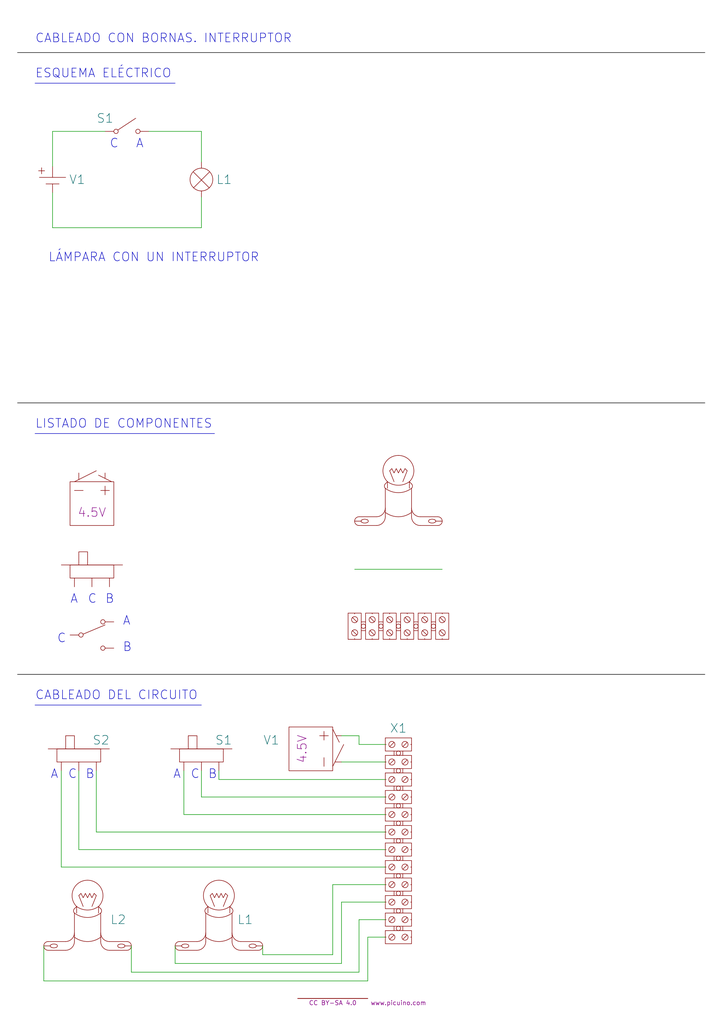
<source format=kicad_sch>
(kicad_sch (version 20211123) (generator eeschema)
  (paper "A4" portrait)
  (title_block (title "CABLEADO CON BORNAS. INTERRUPTOR") (date "14/12/2018") (company "www.picuino.com") (comment 1 "Copyright (c) 2018 by Carlos Pardo") (comment 2 "License CC BY-SA 4.0"))
  (lib_symbols
    (symbol "simbolos:CopyRight" (pin_names (offset 1.016))
      (property "License" "CC BY-SA 4.0" (at -1.27 -1.27 0))
      (property "Web" "www.picuino.com" (at 0 -1.27 0))
      (symbol "CopyRight_0_1"
        (polyline (pts (xy -10.16 0) (xy 10.16 0)) (stroke (width 0.2032)))
      )
    )
    (symbol "simbolos:Pila" (pin_names (offset 1.016))
      (property "Reference" "V" (at 5.08 -4.445 0))
      (symbol "Pila_0_1"
        (polyline (pts (xy -4.064 -1.27) (xy -2.286 -1.27)))
        (polyline (pts (xy -3.81 -3.175) (xy 3.81 -3.175)))
        (polyline (pts (xy -3.175 -0.381) (xy -3.175 -2.159)))
        (polyline (pts (xy -1.905 -5.08) (xy 1.905 -5.08)))
      )
      (symbol "Pila_1_1"
        (pin input line (at 0 -7.62 90) (length 2.54) (name "") (number ""))
        (pin input line (at 0 0 270) (length 3.175) (name "") (number ""))
      )
    )
    (symbol "simbolos:borna_12x2" (pin_names (offset 1.016))
      (property "Reference" "X" (at 3.81 3.81 0))
      (symbol "borna_12x2_0_1"
        (rectangle (start 0 -53.975) (end 7.62 -57.785))
        (rectangle (start 0 -48.895) (end 7.62 -52.705))
        (rectangle (start 0 -43.815) (end 7.62 -47.625))
        (rectangle (start 0 -38.735) (end 7.62 -42.545))
        (rectangle (start 0 -33.655) (end 7.62 -37.465))
        (rectangle (start 0 -28.575) (end 7.62 -32.385))
        (rectangle (start 0 -23.495) (end 7.62 -27.305))
        (rectangle (start 0 -18.415) (end 7.62 -22.225))
        (rectangle (start 0 -13.335) (end 7.62 -17.145))
        (rectangle (start 0 -8.255) (end 7.62 -12.065))
        (rectangle (start 0 -3.175) (end 7.62 -6.985))
        (polyline (pts (xy 1.27 -56.515) (xy 2.54 -55.245)))
        (polyline (pts (xy 1.27 -51.435) (xy 2.54 -50.165)))
        (polyline (pts (xy 1.27 -46.355) (xy 2.54 -45.085)))
        (polyline (pts (xy 1.27 -41.275) (xy 2.54 -40.005)))
        (polyline (pts (xy 1.27 -36.195) (xy 2.54 -34.925)))
        (polyline (pts (xy 1.27 -31.115) (xy 2.54 -29.845)))
        (polyline (pts (xy 1.27 -26.035) (xy 2.54 -24.765)))
        (polyline (pts (xy 1.27 -20.955) (xy 2.54 -19.685)))
        (polyline (pts (xy 1.27 -15.875) (xy 2.54 -14.605)))
        (polyline (pts (xy 1.27 -10.795) (xy 2.54 -9.525)))
        (polyline (pts (xy 1.27 -5.715) (xy 2.54 -4.445)))
        (polyline (pts (xy 1.27 -0.635) (xy 2.54 0.635)))
        (polyline (pts (xy 2.54 -53.975) (xy 2.54 -52.705)))
        (polyline (pts (xy 2.54 -48.895) (xy 2.54 -47.625)))
        (polyline (pts (xy 2.54 -43.815) (xy 2.54 -42.545)))
        (polyline (pts (xy 2.54 -38.735) (xy 2.54 -37.465)))
        (polyline (pts (xy 2.54 -33.655) (xy 2.54 -32.385)))
        (polyline (pts (xy 2.54 -28.575) (xy 2.54 -27.305)))
        (polyline (pts (xy 2.54 -23.495) (xy 2.54 -22.225)))
        (polyline (pts (xy 2.54 -18.415) (xy 2.54 -17.145)))
        (polyline (pts (xy 2.54 -13.335) (xy 2.54 -12.065)))
        (polyline (pts (xy 2.54 -8.255) (xy 2.54 -6.985)))
        (polyline (pts (xy 2.54 -3.175) (xy 2.54 -1.905)))
        (polyline (pts (xy 5.08 -56.515) (xy 6.35 -55.245)))
        (polyline (pts (xy 5.08 -53.975) (xy 5.08 -52.705)))
        (polyline (pts (xy 5.08 -51.435) (xy 6.35 -50.165)))
        (polyline (pts (xy 5.08 -48.895) (xy 5.08 -47.625)))
        (polyline (pts (xy 5.08 -46.355) (xy 6.35 -45.085)))
        (polyline (pts (xy 5.08 -43.815) (xy 5.08 -42.545)))
        (polyline (pts (xy 5.08 -41.275) (xy 6.35 -40.005)))
        (polyline (pts (xy 5.08 -38.735) (xy 5.08 -37.465)))
        (polyline (pts (xy 5.08 -36.195) (xy 6.35 -34.925)))
        (polyline (pts (xy 5.08 -33.655) (xy 5.08 -32.385)))
        (polyline (pts (xy 5.08 -31.115) (xy 6.35 -29.845)))
        (polyline (pts (xy 5.08 -28.575) (xy 5.08 -27.305)))
        (polyline (pts (xy 5.08 -26.035) (xy 6.35 -24.765)))
        (polyline (pts (xy 5.08 -23.495) (xy 5.08 -22.225)))
        (polyline (pts (xy 5.08 -20.955) (xy 6.35 -19.685)))
        (polyline (pts (xy 5.08 -18.415) (xy 5.08 -17.145)))
        (polyline (pts (xy 5.08 -15.875) (xy 6.35 -14.605)))
        (polyline (pts (xy 5.08 -13.335) (xy 5.08 -12.065)))
        (polyline (pts (xy 5.08 -10.795) (xy 6.35 -9.525)))
        (polyline (pts (xy 5.08 -8.255) (xy 5.08 -6.985)))
        (polyline (pts (xy 5.08 -5.715) (xy 6.35 -4.445)))
        (polyline (pts (xy 5.08 -3.175) (xy 5.08 -1.905)))
        (polyline (pts (xy 5.08 -0.635) (xy 6.35 0.635)))
        (rectangle (start 0 1.905) (end 7.62 -1.905))
        (circle (center 1.905 -55.88) (radius 0.889))
        (circle (center 1.905 -50.8) (radius 0.889))
        (circle (center 1.905 -45.72) (radius 0.889))
        (circle (center 1.905 -40.64) (radius 0.889))
        (circle (center 1.905 -35.56) (radius 0.889))
        (circle (center 1.905 -30.48) (radius 0.889))
        (circle (center 1.905 -25.4) (radius 0.889))
        (circle (center 1.905 -20.32) (radius 0.889))
        (circle (center 1.905 -15.24) (radius 0.889))
        (circle (center 1.905 -10.16) (radius 0.889))
        (circle (center 1.905 -5.08) (radius 0.889))
        (circle (center 1.905 0) (radius 0.889))
        (circle (center 3.81 -53.34) (radius 0.635))
        (circle (center 3.81 -48.26) (radius 0.635))
        (circle (center 3.81 -43.18) (radius 0.635))
        (circle (center 3.81 -38.1) (radius 0.635))
        (circle (center 3.81 -33.02) (radius 0.635))
        (circle (center 3.81 -27.94) (radius 0.635))
        (circle (center 3.81 -22.86) (radius 0.635))
        (circle (center 3.81 -17.78) (radius 0.635))
        (circle (center 3.81 -12.7) (radius 0.635))
        (circle (center 3.81 -7.62) (radius 0.635))
        (circle (center 3.81 -2.54) (radius 0.635))
        (circle (center 5.715 -55.88) (radius 0.889))
        (circle (center 5.715 -50.8) (radius 0.889))
        (circle (center 5.715 -45.72) (radius 0.889))
        (circle (center 5.715 -40.64) (radius 0.889))
        (circle (center 5.715 -35.56) (radius 0.889))
        (circle (center 5.715 -30.48) (radius 0.889))
        (circle (center 5.715 -25.4) (radius 0.889))
        (circle (center 5.715 -20.32) (radius 0.889))
        (circle (center 5.715 -15.24) (radius 0.889))
        (circle (center 5.715 -10.16) (radius 0.889))
        (circle (center 5.715 -5.08) (radius 0.889))
        (circle (center 5.715 0) (radius 0.889))
      )
      (symbol "borna_12x2_1_1"
        (pin input line (at 0 -55.88 0) (length 0.254) (name "") (number ""))
        (pin input line (at 0 -50.8 0) (length 0.254) (name "") (number ""))
        (pin input line (at 0 -45.72 0) (length 0.254) (name "") (number ""))
        (pin input line (at 0 -40.64 0) (length 0.254) (name "") (number ""))
        (pin input line (at 0 -35.56 0) (length 0.254) (name "") (number ""))
        (pin input line (at 0 -30.48 0) (length 0.254) (name "") (number ""))
        (pin input line (at 0 -25.4 0) (length 0.254) (name "") (number ""))
        (pin input line (at 0 -20.32 0) (length 0.254) (name "") (number ""))
        (pin input line (at 0 -15.24 0) (length 0.254) (name "") (number ""))
        (pin input line (at 0 -10.16 0) (length 0.254) (name "") (number ""))
        (pin input line (at 0 -5.08 0) (length 0.254) (name "") (number ""))
        (pin input line (at 0 0 0) (length 0.254) (name "") (number ""))
        (pin input line (at 7.62 -55.88 180) (length 0.254) (name "") (number ""))
        (pin input line (at 7.62 -50.8 180) (length 0.254) (name "") (number ""))
        (pin input line (at 7.62 -45.72 180) (length 0.254) (name "") (number ""))
        (pin input line (at 7.62 -40.64 180) (length 0.254) (name "") (number ""))
        (pin input line (at 7.62 -35.56 180) (length 0.254) (name "") (number ""))
        (pin input line (at 7.62 -30.48 180) (length 0.254) (name "") (number ""))
        (pin input line (at 7.62 -25.4 180) (length 0.254) (name "") (number ""))
        (pin input line (at 7.62 -20.32 180) (length 0.254) (name "") (number ""))
        (pin input line (at 7.62 -15.24 180) (length 0.254) (name "") (number ""))
        (pin input line (at 7.62 -10.16 180) (length 0.254) (name "") (number ""))
        (pin input line (at 7.62 -5.08 180) (length 0.254) (name "") (number ""))
        (pin input line (at 7.62 0 180) (length 0.254) (name "") (number ""))
      )
    )
    (symbol "simbolos:borna_6x2" (pin_names (offset 1.016))
      (property "Reference" "X" (at 3.81 3.81 0))
      (symbol "borna_6x2_0_1"
        (rectangle (start 0 -23.495) (end 7.62 -27.305))
        (rectangle (start 0 -18.415) (end 7.62 -22.225))
        (rectangle (start 0 -13.335) (end 7.62 -17.145))
        (rectangle (start 0 -8.255) (end 7.62 -12.065))
        (rectangle (start 0 -3.175) (end 7.62 -6.985))
        (polyline (pts (xy 1.27 -26.035) (xy 2.54 -24.765)))
        (polyline (pts (xy 1.27 -20.955) (xy 2.54 -19.685)))
        (polyline (pts (xy 1.27 -15.875) (xy 2.54 -14.605)))
        (polyline (pts (xy 1.27 -10.795) (xy 2.54 -9.525)))
        (polyline (pts (xy 1.27 -5.715) (xy 2.54 -4.445)))
        (polyline (pts (xy 1.27 -0.635) (xy 2.54 0.635)))
        (polyline (pts (xy 2.54 -23.495) (xy 2.54 -22.225)))
        (polyline (pts (xy 2.54 -18.415) (xy 2.54 -17.145)))
        (polyline (pts (xy 2.54 -13.335) (xy 2.54 -12.065)))
        (polyline (pts (xy 2.54 -8.255) (xy 2.54 -6.985)))
        (polyline (pts (xy 2.54 -3.175) (xy 2.54 -1.905)))
        (polyline (pts (xy 5.08 -26.035) (xy 6.35 -24.765)))
        (polyline (pts (xy 5.08 -23.495) (xy 5.08 -22.225)))
        (polyline (pts (xy 5.08 -20.955) (xy 6.35 -19.685)))
        (polyline (pts (xy 5.08 -18.415) (xy 5.08 -17.145)))
        (polyline (pts (xy 5.08 -15.875) (xy 6.35 -14.605)))
        (polyline (pts (xy 5.08 -13.335) (xy 5.08 -12.065)))
        (polyline (pts (xy 5.08 -10.795) (xy 6.35 -9.525)))
        (polyline (pts (xy 5.08 -8.255) (xy 5.08 -6.985)))
        (polyline (pts (xy 5.08 -5.715) (xy 6.35 -4.445)))
        (polyline (pts (xy 5.08 -3.175) (xy 5.08 -1.905)))
        (polyline (pts (xy 5.08 -0.635) (xy 6.35 0.635)))
        (rectangle (start 0 1.905) (end 7.62 -1.905))
        (circle (center 1.905 -25.4) (radius 0.889))
        (circle (center 1.905 -20.32) (radius 0.889))
        (circle (center 1.905 -15.24) (radius 0.889))
        (circle (center 1.905 -10.16) (radius 0.889))
        (circle (center 1.905 -5.08) (radius 0.889))
        (circle (center 1.905 0) (radius 0.889))
        (circle (center 3.81 -22.86) (radius 0.635))
        (circle (center 3.81 -17.78) (radius 0.635))
        (circle (center 3.81 -12.7) (radius 0.635))
        (circle (center 3.81 -7.62) (radius 0.635))
        (circle (center 3.81 -2.54) (radius 0.635))
        (circle (center 5.715 -25.4) (radius 0.889))
        (circle (center 5.715 -20.32) (radius 0.889))
        (circle (center 5.715 -15.24) (radius 0.889))
        (circle (center 5.715 -10.16) (radius 0.889))
        (circle (center 5.715 -5.08) (radius 0.889))
        (circle (center 5.715 0) (radius 0.889))
      )
      (symbol "borna_6x2_1_1"
        (pin input line (at 0 -25.4 0) (length 0.254) (name "") (number ""))
        (pin input line (at 0 -20.32 0) (length 0.254) (name "") (number ""))
        (pin input line (at 0 -15.24 0) (length 0.254) (name "") (number ""))
        (pin input line (at 0 -10.16 0) (length 0.254) (name "") (number ""))
        (pin input line (at 0 -5.08 0) (length 0.254) (name "") (number ""))
        (pin input line (at 0 0 0) (length 0.254) (name "") (number ""))
        (pin input line (at 7.62 -25.4 180) (length 0.254) (name "") (number ""))
        (pin input line (at 7.62 -20.32 180) (length 0.254) (name "") (number ""))
        (pin input line (at 7.62 -15.24 180) (length 0.254) (name "") (number ""))
        (pin input line (at 7.62 -10.16 180) (length 0.254) (name "") (number ""))
        (pin input line (at 7.62 -5.08 180) (length 0.254) (name "") (number ""))
        (pin input line (at 7.62 0 180) (length 0.254) (name "") (number ""))
      )
    )
    (symbol "simbolos:conmutador" (pin_names (offset 1.016))
      (property "Reference" "S" (at 4.445 3.175 0))
      (symbol "conmutador_0_0"
        (circle (center 3.175 0) (radius 0.635))
        (circle (center 9.525 -3.81) (radius 0.635))
        (circle (center 9.525 3.81) (radius 0.635))
      )
      (symbol "conmutador_0_1"
        (polyline (pts (xy 10.16 2.921) (xy 3.81 0.254)))
      )
      (symbol "conmutador_1_1"
        (pin input line (at 0 0 0) (length 2.54) (name "") (number ""))
        (pin input line (at 12.7 -3.81 180) (length 2.54) (name "") (number ""))
        (pin input line (at 12.7 3.81 180) (length 2.54) (name "") (number ""))
      )
    )
    (symbol "simbolos:interruptor" (pin_names (offset 1.016))
      (property "Reference" "S" (at 4.445 3.175 0))
      (symbol "interruptor_0_0"
        (polyline (pts (xy 8.89 3.81) (xy 3.683 0.381)))
        (circle (center 3.175 0) (radius 0.635))
        (circle (center 9.525 0) (radius 0.635))
      )
      (symbol "interruptor_1_1"
        (pin input line (at 0 0 0) (length 2.54) (name "") (number ""))
        (pin input line (at 12.7 0 180) (length 2.54) (name "") (number ""))
      )
    )
    (symbol "simbolos:lampara" (pin_names (offset 1.016))
      (property "Reference" "L" (at 4.445 -5.08 0))
      (symbol "lampara_0_1"
        (circle (center 0 -5.08) (radius 3.302))
        (polyline (pts (xy -2.286 -7.493) (xy 2.286 -2.921)))
        (polyline (pts (xy -2.286 -2.921) (xy 2.286 -7.493)))
      )
      (symbol "lampara_1_1"
        (pin input line (at 0 -10.16 90) (length 1.778) (name "") (number ""))
        (pin input line (at 0 0 270) (length 1.778) (name "") (number ""))
      )
    )
    (symbol "simbolos:lampara_pack" (pin_names (offset 1.016))
      (property "Reference" "L" (at 17.78 6.35 0))
      (symbol "lampara_pack_0_1"
        (polyline (pts (xy 1.27 -1.27) (xy 6.35 -1.27)))
        (polyline (pts (xy 6.35 1.27) (xy 1.27 1.27)))
        (polyline (pts (xy 8.89 1.27) (xy 8.89 9.525)))
        (polyline (pts (xy 8.89 10.795) (xy 9.525 11.43)))
        (polyline (pts (xy 9.525 11.43) (xy 9.525 9.525)))
        (polyline (pts (xy 11.43 11.43) (xy 10.16 14.605)))
        (polyline (pts (xy 13.97 11.43) (xy 15.24 14.605)))
        (polyline (pts (xy 15.875 11.43) (xy 15.875 9.525)))
        (polyline (pts (xy 16.51 1.27) (xy 16.51 9.525)))
        (polyline (pts (xy 16.51 10.795) (xy 15.875 11.43)))
        (polyline (pts (xy 19.05 1.27) (xy 24.13 1.27)))
        (polyline (pts (xy 24.13 -1.27) (xy 19.05 -1.27)))
        (polyline (pts (xy 10.16 14.605) (xy 10.795 15.24) (xy 11.43 13.97) (xy 12.065 15.24) (xy 12.7 13.97) (xy 13.335 15.24) (xy 13.97 13.97) (xy 14.605 15.24) (xy 15.24 14.605)))
        (arc (start 1.27 1.27) (mid 0 0) (end 1.27 -1.27))
        (arc (start 2.159 -0.381) (mid 2.921 -0.5609) (end 3.683 -0.381))
        (arc (start 2.159 0.381) (mid 1.8844 0) (end 2.159 -0.381))
        (arc (start 3.683 -0.381) (mid 3.9576 0) (end 3.683 0.381))
        (arc (start 3.683 0.381) (mid 2.921 0.5609) (end 2.159 0.381))
        (arc (start 6.35 -1.27) (mid 8.1297 -0.5171) (end 8.89 1.27))
        (arc (start 6.35 1.27) (mid 8.1297 2.0229) (end 8.89 3.81))
        (arc (start 8.89 2.54) (mid 12.7 1.27) (end 16.51 2.54))
        (arc (start 8.89 9.525) (mid 12.7 8.255) (end 16.51 9.525))
        (arc (start 8.89 10.795) (mid 8.627 10.16) (end 8.89 9.525))
        (arc (start 9.525 11.43) (mid 12.7 10.4125) (end 15.875 11.43))
        (arc (start 12.7 19.05) (mid 8.5493 16.3021) (end 9.525 11.43))
        (arc (start 15.875 11.43) (mid 16.8357 16.2958) (end 12.7 19.05))
        (arc (start 16.51 1.27) (mid 17.2523 -0.5349) (end 19.05 -1.27))
        (arc (start 16.51 3.81) (mid 17.2523 2.0051) (end 19.05 1.27))
        (arc (start 16.51 9.525) (mid 16.773 10.16) (end 16.51 10.795))
        (arc (start 21.717 -0.381) (mid 22.479 -0.5609) (end 23.241 -0.381))
        (arc (start 21.717 0.381) (mid 21.4424 0) (end 21.717 -0.381))
        (arc (start 23.241 -0.381) (mid 23.5156 0) (end 23.241 0.381))
        (arc (start 23.241 0.381) (mid 22.479 0.5609) (end 21.717 0.381))
        (arc (start 24.13 -1.27) (mid 25.4 0) (end 24.13 1.27))
      )
      (symbol "lampara_pack_1_1"
        (pin input line (at 0 0 0) (length 1.905) (name "") (number ""))
        (pin input line (at 25.4 0 180) (length 1.905) (name "") (number ""))
      )
    )
    (symbol "simbolos:pila_petaca" (pin_names (offset 1.016))
      (property "Reference" "V" (at 11.43 -8.89 0))
      (property "V" "4.5V" (at 3.81 -12.7 0))
      (symbol "pila_petaca_0_1"
        (rectangle (start -2.54 -2.54) (end 10.16 -15.24))
        (polyline (pts (xy -1.27 -5.08) (xy 1.27 -5.08)))
        (polyline (pts (xy -1.27 -2.54) (xy 5.08 0.635)))
        (polyline (pts (xy 7.62 -3.81) (xy 7.62 -6.35)))
        (polyline (pts (xy 8.89 -5.08) (xy 6.35 -5.08)))
        (polyline (pts (xy 9.525 -2.54) (xy 5.715 -0.635)))
      )
      (symbol "pila_petaca_1_1"
        (pin input line (at 0 0 270) (length 1.905) (name "") (number ""))
        (pin input line (at 7.62 0 270) (length 1.524) (name "") (number ""))
      )
    )
    (symbol "simbolos:selector_pack" (pin_names (offset 1.016))
      (property "Reference" "S" (at 11.43 8.89 0))
      (symbol "selector_pack_0_1"
        (rectangle (start -1.27 6.35) (end 11.43 2.54))
        (polyline (pts (xy 13.97 6.35) (xy -3.81 6.35)))
        (polyline (pts (xy 1.27 6.35) (xy 1.27 10.16) (xy 3.81 10.16) (xy 3.81 6.35)))
      )
      (symbol "selector_pack_1_1"
        (pin input line (at 0 0 90) (length 2.54) (name "") (number ""))
        (pin input line (at 5.08 0 90) (length 2.54) (name "") (number ""))
        (pin input line (at 10.16 0 90) (length 2.54) (name "") (number ""))
      )
    )
  )
  (wire (pts (xy 106.68 271.78) (xy 106.68 284.48)))
  (wire (pts (xy 111.76 236.22) (xy 53.34 236.22)))
  (wire (pts (xy 111.76 241.3) (xy 27.94 241.3)))
  (wire (pts (xy 104.14 215.9) (xy 104.14 213.36)))
  (wire (pts (xy 15.24 66.04) (xy 15.24 55.88)))
  (wire (pts (xy 111.76 271.78) (xy 106.68 271.78)))
  (wire (pts (xy 111.76 251.46) (xy 17.78 251.46)))
  (wire (pts (xy 104.14 215.9) (xy 111.76 215.9)))
  (wire (pts (xy 38.1 281.94) (xy 104.14 281.94)))
  (polyline (pts (xy 10.16 204.47) (xy 58.42 204.47)) (stroke (width 0) (type solid)))
  (wire (pts (xy 15.24 38.1) (xy 30.48 38.1)))
  (polyline (pts (xy 5.08 195.58) (xy 204.47 195.58)) (stroke (width 0) (type solid) (color 0 0 0 1)))
  (wire (pts (xy 50.8 279.4) (xy 99.06 279.4)))
  (wire (pts (xy 104.14 213.36) (xy 99.06 213.36)))
  (wire (pts (xy 76.2 276.86) (xy 96.52 276.86)))
  (wire (pts (xy 50.8 274.32) (xy 50.8 279.4)))
  (wire (pts (xy 106.68 284.48) (xy 12.7 284.48)))
  (wire (pts (xy 102.87 165.1) (xy 128.27 165.1)))
  (wire (pts (xy 63.5 226.06) (xy 63.5 223.52)))
  (wire (pts (xy 17.78 223.52) (xy 17.78 251.46)))
  (wire (pts (xy 104.14 266.7) (xy 104.14 281.94)))
  (wire (pts (xy 27.94 241.3) (xy 27.94 223.52)))
  (wire (pts (xy 58.42 57.15) (xy 58.42 66.04)))
  (polyline (pts (xy 10.16 24.13) (xy 50.8 24.13)) (stroke (width 0) (type solid)))
  (wire (pts (xy 99.06 261.62) (xy 111.76 261.62)))
  (wire (pts (xy 58.42 66.04) (xy 15.24 66.04)))
  (wire (pts (xy 111.76 226.06) (xy 63.5 226.06)))
  (wire (pts (xy 43.18 38.1) (xy 58.42 38.1)))
  (wire (pts (xy 58.42 38.1) (xy 58.42 46.99)))
  (wire (pts (xy 22.86 246.38) (xy 111.76 246.38)))
  (wire (pts (xy 53.34 236.22) (xy 53.34 223.52)))
  (polyline (pts (xy 5.08 116.84) (xy 204.47 116.84)) (stroke (width 0) (type solid) (color 0 0 0 1)))
  (wire (pts (xy 58.42 231.14) (xy 111.76 231.14)))
  (wire (pts (xy 96.52 256.54) (xy 96.52 276.86)))
  (wire (pts (xy 22.86 223.52) (xy 22.86 246.38)))
  (polyline (pts (xy 5.08 15.24) (xy 204.47 15.24)) (stroke (width 0) (type solid) (color 0 0 0 1)))
  (wire (pts (xy 58.42 223.52) (xy 58.42 231.14)))
  (wire (pts (xy 76.2 274.32) (xy 76.2 276.86)))
  (wire (pts (xy 99.06 261.62) (xy 99.06 279.4)))
  (wire (pts (xy 99.06 220.98) (xy 111.76 220.98)))
  (wire (pts (xy 12.7 284.48) (xy 12.7 274.32)))
  (wire (pts (xy 96.52 256.54) (xy 111.76 256.54)))
  (wire (pts (xy 15.24 48.26) (xy 15.24 38.1)))
  (wire (pts (xy 38.1 274.32) (xy 38.1 281.94)))
  (wire (pts (xy 104.14 266.7) (xy 111.76 266.7)))
  (polyline (pts (xy 10.16 125.73) (xy 62.23 125.73)) (stroke (width 0) (type solid)))
  (text "B" (at 24.765 226.06 0) (effects (font (size 2.54 2.54)) (justify left bottom)))
  (text "LISTADO DE COMPONENTES" (at 10.16 124.46 0) (effects (font (size 2.54 2.54)) (justify left bottom)))
  (text "A" (at 14.605 226.06 0) (effects (font (size 2.54 2.54)) (justify left bottom)))
  (text "A" (at 39.37 43.18 0) (effects (font (size 2.54 2.54)) (justify left bottom)))
  (text "C" (at 25.4 175.26 0) (effects (font (size 2.54 2.54)) (justify left bottom)))
  (text "C" (at 19.685 226.06 0) (effects (font (size 2.54 2.54)) (justify left bottom)))
  (text "ESQUEMA ELÉCTRICO" (at 10.16 22.86 0) (effects (font (size 2.54 2.54)) (justify left bottom)))
  (text "A" (at 50.165 226.06 0) (effects (font (size 2.54 2.54)) (justify left bottom)))
  (text "B" (at 60.325 226.06 0) (effects (font (size 2.54 2.54)) (justify left bottom)))
  (text "C" (at 31.75 43.18 0) (effects (font (size 2.54 2.54)) (justify left bottom)))
  (text "C" (at 16.51 186.69 0) (effects (font (size 2.54 2.54)) (justify left bottom)))
  (text "B" (at 30.48 175.26 0) (effects (font (size 2.54 2.54)) (justify left bottom)))
  (text "B" (at 35.56 189.23 0) (effects (font (size 2.54 2.54)) (justify left bottom)))
  (text "LÁMPARA CON UN INTERRUPTOR" (at 13.97 76.2 0) (effects (font (size 2.54 2.54)) (justify left bottom)))
  (text "A" (at 20.32 175.26 0) (effects (font (size 2.54 2.54)) (justify left bottom)))
  (text "CABLEADO DEL CIRCUITO" (at 10.16 203.2 0) (effects (font (size 2.54 2.54)) (justify left bottom)))
  (text "A" (at 35.56 181.61 0) (effects (font (size 2.54 2.54)) (justify left bottom)))
  (text "CABLEADO CON BORNAS. INTERRUPTOR" (at 10.16 12.7 0) (effects (font (size 2.54 2.54)) (justify left bottom)))
  (text "C" (at 55.245 226.06 0) (effects (font (size 2.54 2.54)) (justify left bottom)))
  (symbol (lib_id "simbolos:lampara_pack") (at 102.87 151.13 0) (unit 1)
    (property "Reference" "L?" (effects hide))
  )
  (symbol (lib_id "simbolos:borna_6x2") (at 128.27 177.8 270) (unit 1)
    (property "Reference" "X?" (effects hide))
  )
  (symbol (lib_id "simbolos:interruptor") (at 30.48 38.1 0) (unit 1)
    (property "Reference" "S1" (at 30.48 34.29 0) (effects (font (size 2.54 2.54))))
  )
  (symbol (lib_id "simbolos:lampara_pack") (at 50.8 274.32 0) (unit 1)
    (property "Reference" "L1" (at 71.12 266.7 0) (effects (font (size 2.54 2.54))))
  )
  (symbol (lib_id "simbolos:selector_pack") (at 53.34 223.52 0) (unit 1)
    (property "Reference" "S1" (at 62.23 214.63 0) (effects (font (size 2.54 2.54)) (justify left)))
  )
  (symbol (lib_id "simbolos:borna_12x2") (at 111.76 215.9 0) (unit 1)
    (property "Reference" "X1" (at 115.57 211.1756 0) (effects (font (size 2.54 2.54))))
  )
  (symbol (lib_id "simbolos:selector_pack") (at 21.59 170.18 0) (unit 1)
    (property "Reference" "S?" (effects hide))
  )
  (symbol (lib_id "simbolos:CopyRight") (at 96.52 289.56 0) (unit 1)
    (property "Reference" "CP1" (effects hide))
    (property "License" "CC BY-SA 4.0" (at 96.52 290.83 0))
    (property "Web" "www.picuino.com" (at 115.57 290.83 0))
  )
  (symbol (lib_id "simbolos:Pila") (at 15.24 48.26 0) (unit 1)
    (property "Reference" "V1" (at 19.8882 52.07 0) (effects (font (size 2.54 2.54)) (justify left)))
  )
  (symbol (lib_id "simbolos:conmutador") (at 20.32 184.15 0) (unit 1)
    (property "Reference" "S?" (effects hide))
  )
  (symbol (lib_id "simbolos:pila_petaca") (at 22.86 137.16 0) (unit 1)
    (property "Reference" "V?" (effects hide))
    (property "V" "4.5V" (at 26.67 148.59 0) (effects (font (size 2.54 2.54))))
  )
  (symbol (lib_id "simbolos:pila_petaca") (at 99.06 220.98 270) (mirror x) (unit 1)
    (property "Reference" "V1" (at 76.2 214.63 90) (effects (font (size 2.54 2.54)) (justify left)))
    (property "V" "4.5V" (at 87.63 217.17 0) (effects (font (size 2.54 2.54))))
  )
  (symbol (lib_id "simbolos:lampara") (at 58.42 46.99 0) (unit 1)
    (property "Reference" "L1" (at 62.5602 52.07 0) (effects (font (size 2.54 2.54)) (justify left)))
  )
  (symbol (lib_id "simbolos:lampara_pack") (at 12.7 274.32 0) (unit 1)
    (property "Reference" "L2" (at 34.29 266.7 0) (effects (font (size 2.54 2.54))))
  )
  (symbol (lib_id "simbolos:selector_pack") (at 17.78 223.52 0) (unit 1)
    (property "Reference" "S2" (at 26.67 214.63 0) (effects (font (size 2.54 2.54)) (justify left)))
  )
)
</source>
